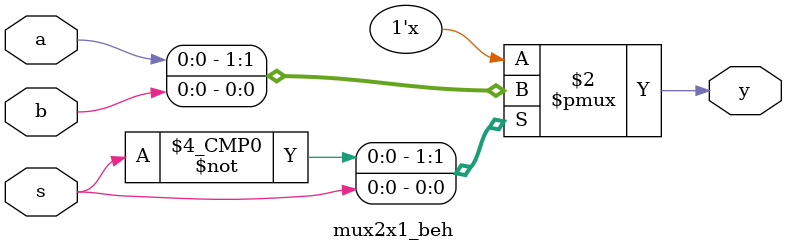
<source format=v>
module mux2x1_beh(a,b,s,y);
  input a,b,s;
  output reg y;
  always@*
  case(s)
  1'b0:y=a;
  1'b1:y=b;
  endcase  
endmodule
</source>
